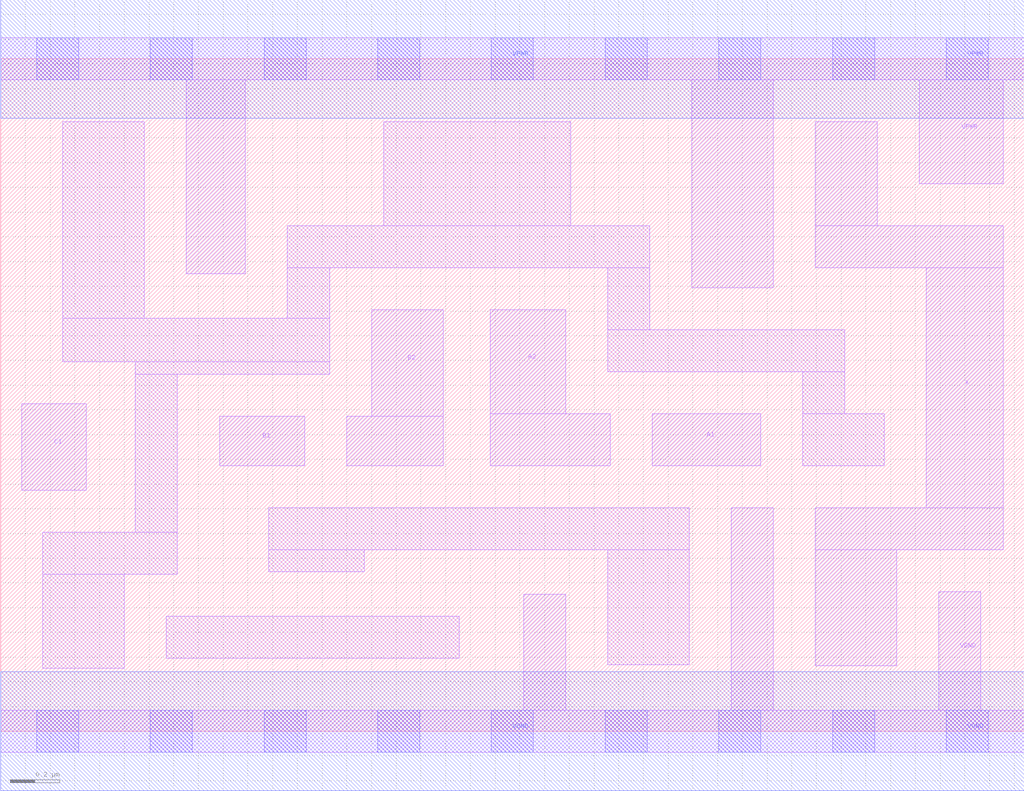
<source format=lef>
# Copyright 2020 The SkyWater PDK Authors
#
# Licensed under the Apache License, Version 2.0 (the "License");
# you may not use this file except in compliance with the License.
# You may obtain a copy of the License at
#
#     https://www.apache.org/licenses/LICENSE-2.0
#
# Unless required by applicable law or agreed to in writing, software
# distributed under the License is distributed on an "AS IS" BASIS,
# WITHOUT WARRANTIES OR CONDITIONS OF ANY KIND, either express or implied.
# See the License for the specific language governing permissions and
# limitations under the License.
#
# SPDX-License-Identifier: Apache-2.0

VERSION 5.7 ;
  NAMESCASESENSITIVE ON ;
  NOWIREEXTENSIONATPIN ON ;
  DIVIDERCHAR "/" ;
  BUSBITCHARS "[]" ;
UNITS
  DATABASE MICRONS 200 ;
END UNITS
MACRO sky130_fd_sc_hd__o221a_2
  CLASS CORE ;
  SOURCE USER ;
  FOREIGN sky130_fd_sc_hd__o221a_2 ;
  ORIGIN  0.000000  0.000000 ;
  SIZE  4.140000 BY  2.720000 ;
  SYMMETRY X Y R90 ;
  SITE unithd ;
  PIN A1
    ANTENNAGATEAREA  0.247500 ;
    DIRECTION INPUT ;
    USE SIGNAL ;
    PORT
      LAYER li1 ;
        RECT 2.635000 1.075000 3.075000 1.285000 ;
    END
  END A1
  PIN A2
    ANTENNAGATEAREA  0.247500 ;
    DIRECTION INPUT ;
    USE SIGNAL ;
    PORT
      LAYER li1 ;
        RECT 1.980000 1.075000 2.465000 1.285000 ;
        RECT 1.980000 1.285000 2.285000 1.705000 ;
    END
  END A2
  PIN B1
    ANTENNAGATEAREA  0.247500 ;
    DIRECTION INPUT ;
    USE SIGNAL ;
    PORT
      LAYER li1 ;
        RECT 0.885000 1.075000 1.230000 1.275000 ;
    END
  END B1
  PIN B2
    ANTENNAGATEAREA  0.247500 ;
    DIRECTION INPUT ;
    USE SIGNAL ;
    PORT
      LAYER li1 ;
        RECT 1.400000 1.075000 1.790000 1.275000 ;
        RECT 1.500000 1.275000 1.790000 1.705000 ;
    END
  END B2
  PIN C1
    ANTENNAGATEAREA  0.247500 ;
    DIRECTION INPUT ;
    USE SIGNAL ;
    PORT
      LAYER li1 ;
        RECT 0.085000 0.975000 0.345000 1.325000 ;
    END
  END C1
  PIN X
    ANTENNADIFFAREA  0.445500 ;
    DIRECTION OUTPUT ;
    USE SIGNAL ;
    PORT
      LAYER li1 ;
        RECT 3.295000 0.265000 3.625000 0.735000 ;
        RECT 3.295000 0.735000 4.055000 0.905000 ;
        RECT 3.295000 1.875000 4.055000 2.045000 ;
        RECT 3.295000 2.045000 3.545000 2.465000 ;
        RECT 3.745000 0.905000 4.055000 1.875000 ;
    END
  END X
  PIN VGND
    DIRECTION INOUT ;
    SHAPE ABUTMENT ;
    USE GROUND ;
    PORT
      LAYER li1 ;
        RECT 0.000000 -0.085000 4.140000 0.085000 ;
        RECT 2.115000  0.085000 2.285000 0.555000 ;
        RECT 2.955000  0.085000 3.125000 0.905000 ;
        RECT 3.795000  0.085000 3.965000 0.565000 ;
      LAYER mcon ;
        RECT 0.145000 -0.085000 0.315000 0.085000 ;
        RECT 0.605000 -0.085000 0.775000 0.085000 ;
        RECT 1.065000 -0.085000 1.235000 0.085000 ;
        RECT 1.525000 -0.085000 1.695000 0.085000 ;
        RECT 1.985000 -0.085000 2.155000 0.085000 ;
        RECT 2.445000 -0.085000 2.615000 0.085000 ;
        RECT 2.905000 -0.085000 3.075000 0.085000 ;
        RECT 3.365000 -0.085000 3.535000 0.085000 ;
        RECT 3.825000 -0.085000 3.995000 0.085000 ;
      LAYER met1 ;
        RECT 0.000000 -0.240000 4.140000 0.240000 ;
    END
  END VGND
  PIN VPWR
    DIRECTION INOUT ;
    SHAPE ABUTMENT ;
    USE POWER ;
    PORT
      LAYER li1 ;
        RECT 0.000000 2.635000 4.140000 2.805000 ;
        RECT 0.750000 1.850000 0.990000 2.635000 ;
        RECT 2.795000 1.795000 3.125000 2.635000 ;
        RECT 3.715000 2.215000 4.055000 2.635000 ;
      LAYER mcon ;
        RECT 0.145000 2.635000 0.315000 2.805000 ;
        RECT 0.605000 2.635000 0.775000 2.805000 ;
        RECT 1.065000 2.635000 1.235000 2.805000 ;
        RECT 1.525000 2.635000 1.695000 2.805000 ;
        RECT 1.985000 2.635000 2.155000 2.805000 ;
        RECT 2.445000 2.635000 2.615000 2.805000 ;
        RECT 2.905000 2.635000 3.075000 2.805000 ;
        RECT 3.365000 2.635000 3.535000 2.805000 ;
        RECT 3.825000 2.635000 3.995000 2.805000 ;
      LAYER met1 ;
        RECT 0.000000 2.480000 4.140000 2.960000 ;
    END
  END VPWR
  OBS
    LAYER li1 ;
      RECT 0.170000 0.255000 0.500000 0.635000 ;
      RECT 0.170000 0.635000 0.715000 0.805000 ;
      RECT 0.250000 1.495000 1.330000 1.670000 ;
      RECT 0.250000 1.670000 0.580000 2.465000 ;
      RECT 0.545000 0.805000 0.715000 1.445000 ;
      RECT 0.545000 1.445000 1.330000 1.495000 ;
      RECT 0.670000 0.295000 1.855000 0.465000 ;
      RECT 1.085000 0.645000 1.470000 0.735000 ;
      RECT 1.085000 0.735000 2.785000 0.905000 ;
      RECT 1.160000 1.670000 1.330000 1.875000 ;
      RECT 1.160000 1.875000 2.625000 2.045000 ;
      RECT 1.550000 2.045000 2.305000 2.465000 ;
      RECT 2.455000 0.270000 2.785000 0.735000 ;
      RECT 2.455000 1.455000 3.415000 1.625000 ;
      RECT 2.455000 1.625000 2.625000 1.875000 ;
      RECT 3.245000 1.075000 3.575000 1.285000 ;
      RECT 3.245000 1.285000 3.415000 1.455000 ;
  END
END sky130_fd_sc_hd__o221a_2
END LIBRARY

</source>
